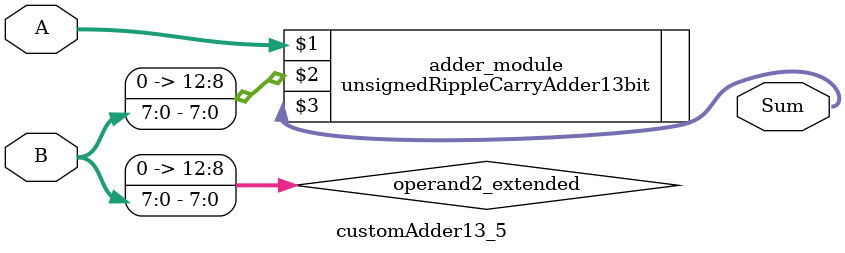
<source format=v>

module customAdder13_5(
                    input [12 : 0] A,
                    input [7 : 0] B,
                    
                    output [13 : 0] Sum
            );

    wire [12 : 0] operand2_extended;
    
    assign operand2_extended =  {5'b0, B};
    
    unsignedRippleCarryAdder13bit adder_module(
        A,
        operand2_extended,
        Sum
    );
    
endmodule
        
</source>
